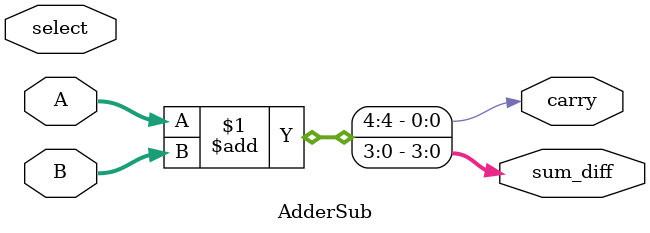
<source format=v>
`timescale 1ns/100ps

module AdderSub (sum_diff, carry, select, A, B);
    output[3:0] sum_diff;
    output carry;
    input select;
    input[3:0] A, B;

    assign{carry, sum_diff} = A+B;
    //assign{carry, sum_diff} = A-B;

endmodule

</source>
